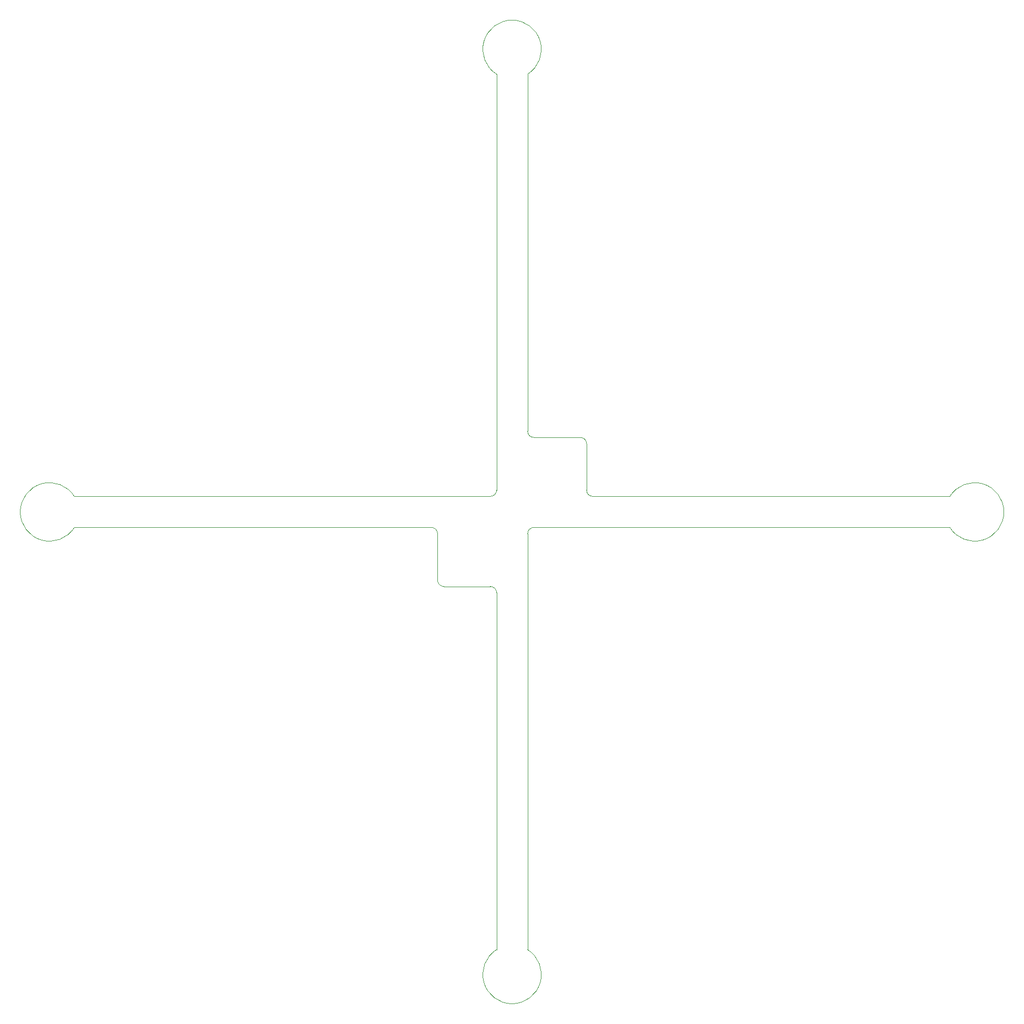
<source format=gbr>
%TF.GenerationSoftware,KiCad,Pcbnew,6.0.9+dfsg-1*%
%TF.CreationDate,2022-11-12T19:52:31+00:00*%
%TF.ProjectId,antenna,616e7465-6e6e-4612-9e6b-696361645f70,rev?*%
%TF.SameCoordinates,Original*%
%TF.FileFunction,Profile,NP*%
%FSLAX46Y46*%
G04 Gerber Fmt 4.6, Leading zero omitted, Abs format (unit mm)*
G04 Created by KiCad (PCBNEW 6.0.9+dfsg-1) date 2022-11-12 19:52:31*
%MOMM*%
%LPD*%
G01*
G04 APERTURE LIST*
%TA.AperFunction,Profile*%
%ADD10C,0.100000*%
%TD*%
G04 APERTURE END LIST*
D10*
X137500000Y-112000000D02*
X137500000Y-179000000D01*
X137500000Y-95500000D02*
G75*
G03*
X138500000Y-96500000I1000000J0D01*
G01*
X147000000Y-97500000D02*
X147000000Y-105000000D01*
X147000000Y-105000000D02*
G75*
G03*
X148000000Y-106000000I1000000J0D01*
G01*
X132500000Y-179000000D02*
G75*
G03*
X137500000Y-179000000I2500000J-4000000D01*
G01*
X137500000Y-38000000D02*
G75*
G03*
X132500000Y-38000000I-2500000J4000000D01*
G01*
X132500000Y-105000000D02*
X132500000Y-38000000D01*
X205500000Y-111000000D02*
G75*
G03*
X205500000Y-106000000I4000000J2500000D01*
G01*
X64500000Y-105999999D02*
G75*
G03*
X64500000Y-111000000I-4000000J-2500001D01*
G01*
X132500000Y-121500000D02*
G75*
G03*
X131500000Y-120500000I-1000000J0D01*
G01*
X122000000Y-111000000D02*
X64500000Y-111000000D01*
X138500000Y-111000000D02*
G75*
G03*
X137500000Y-112000000I0J-1000000D01*
G01*
X131500000Y-106000000D02*
G75*
G03*
X132500000Y-105000000I0J1000000D01*
G01*
X137500000Y-38000000D02*
X137500000Y-95500000D01*
X205500000Y-111000000D02*
X138500000Y-111000000D01*
X138500000Y-96500000D02*
X146000000Y-96500000D01*
X123000000Y-119500000D02*
X123000000Y-112000000D01*
X123000000Y-112000000D02*
G75*
G03*
X122000000Y-111000000I-1000000J0D01*
G01*
X147000000Y-97500000D02*
G75*
G03*
X146000000Y-96500000I-1000000J0D01*
G01*
X123000000Y-119500000D02*
G75*
G03*
X124000000Y-120500000I1000000J0D01*
G01*
X131500000Y-120500000D02*
X124000000Y-120500000D01*
X148000000Y-106000000D02*
X205500000Y-106000000D01*
X132500000Y-179000000D02*
X132500000Y-121500000D01*
X64499999Y-106000000D02*
X131500000Y-106000000D01*
M02*

</source>
